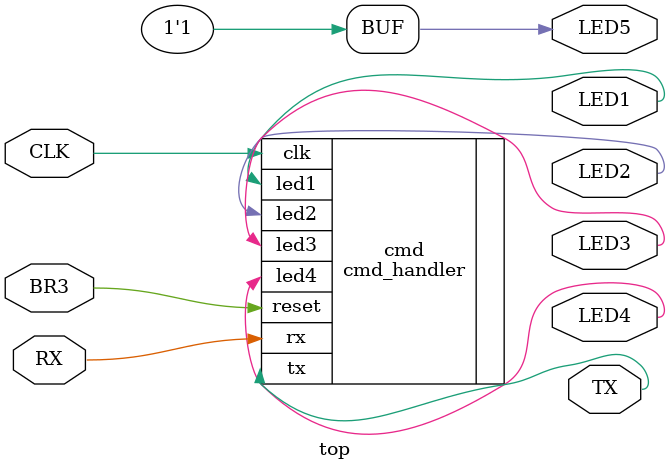
<source format=v>
`include "src/cmd_handler.v"

module top
(
    input wire CLK,
    input wire BR3,
    input wire RX,
    output wire TX,
    output reg LED1,
    output reg LED2,
    output reg LED3,
    output reg LED4,
    output reg LED5
);

assign LED5 = 1;

cmd_handler cmd
(
    .clk(CLK),
    .reset(BR3),
    .rx(RX),
    .tx(TX),
    .led1(LED1),
    .led2(LED2),
    .led3(LED3),
    .led4(LED4)
);

endmodule

</source>
